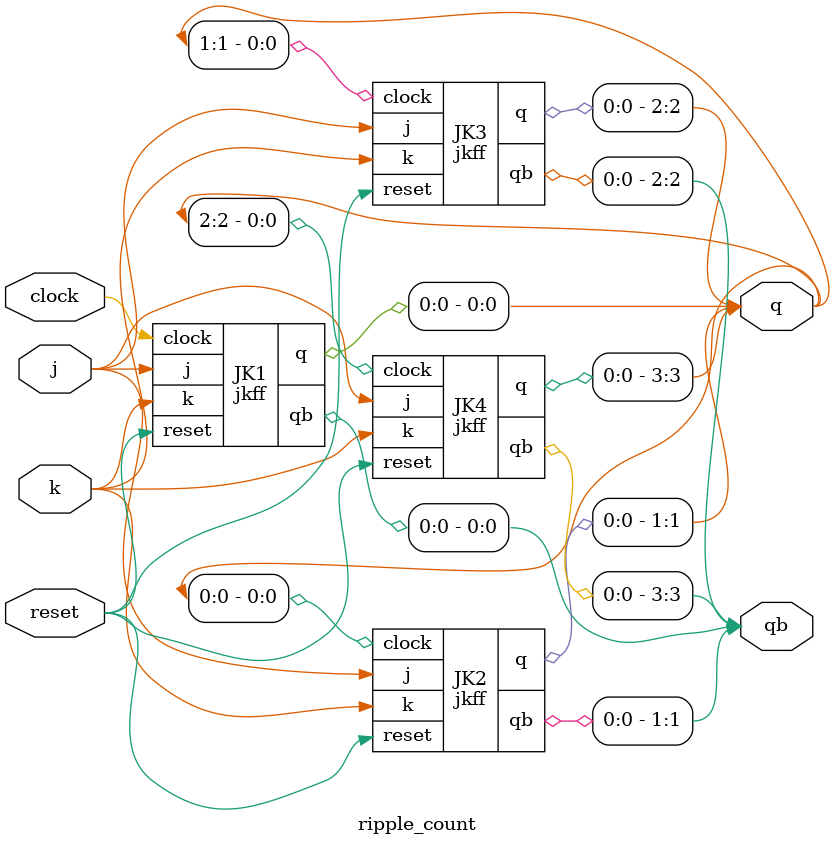
<source format=v>
module jkff(j,k,clock,reset,q,qb);
input j,k,clock,reset;
output reg q,qb;
always@(negedge clock)
begin
case({reset,j,k})
3'b100 :q=q;
3'b101 :q=0;
3'b110 :q=1;
3'b111 :q=~q;
default :q=0;
endcase
qb<=~q;
end
endmodule
module ripple_count(j,k,clock,reset,q,qb);
input j,k,clock,reset;
output wire [3:0]q,qb;
jkff JK1(j,k,clock,reset,q[0],qb[0]);
jkff JK2(j,k,q[0],reset,q[1],qb[1]);
jkff JK3(j,k,q[1],reset,q[2],qb[2]);
jkff JK4(j,k,q[2],reset,q[3],qb[3]);
endmodule

</source>
